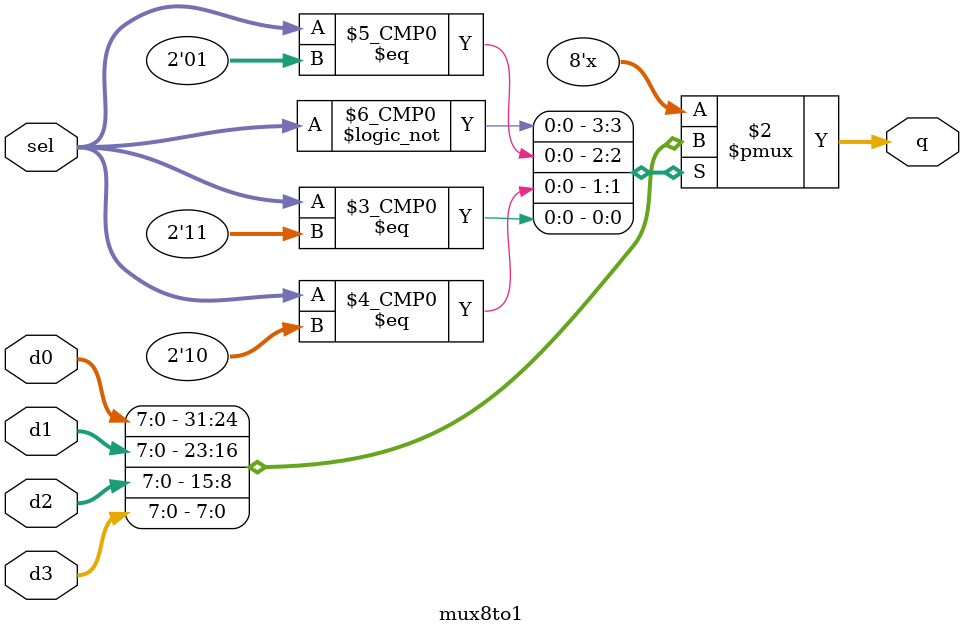
<source format=v>
module top_module ( 
    input clk, 
    input [7:0] d, 
    input [1:0] sel, 
    output [7:0] q 
);


wire [7:0] q1,q2,q3;

my_dff8 my_dff8_1 ( .clk(clk), .d(d), .q(q1) );
my_dff8 my_dff8_2 ( .clk(clk), .d(q1), .q(q2) );
my_dff8 my_dff8_3 ( .clk(clk), .d(q2), .q(q3) );
mux8to1 mux8to1_1 (.d0(d), .d1(q1), .d2(q2), .d3(q3),.sel(sel), .q(q));
endmodule


/* _______________________________module of mux8to1_______________________________ */

module mux8to1 (
    input [7:0] d0, d1, d2, d3,
    input [1:0] sel, 
    output reg [7:0] q
);
always @(*) begin
    case (sel)
        2'd0: q=d0; 
        2'd1: q=d1; 
        2'd2: q=d2; 
        2'd3: q=d3; 
        default: q=d0; 
    endcase
end

endmodule

</source>
